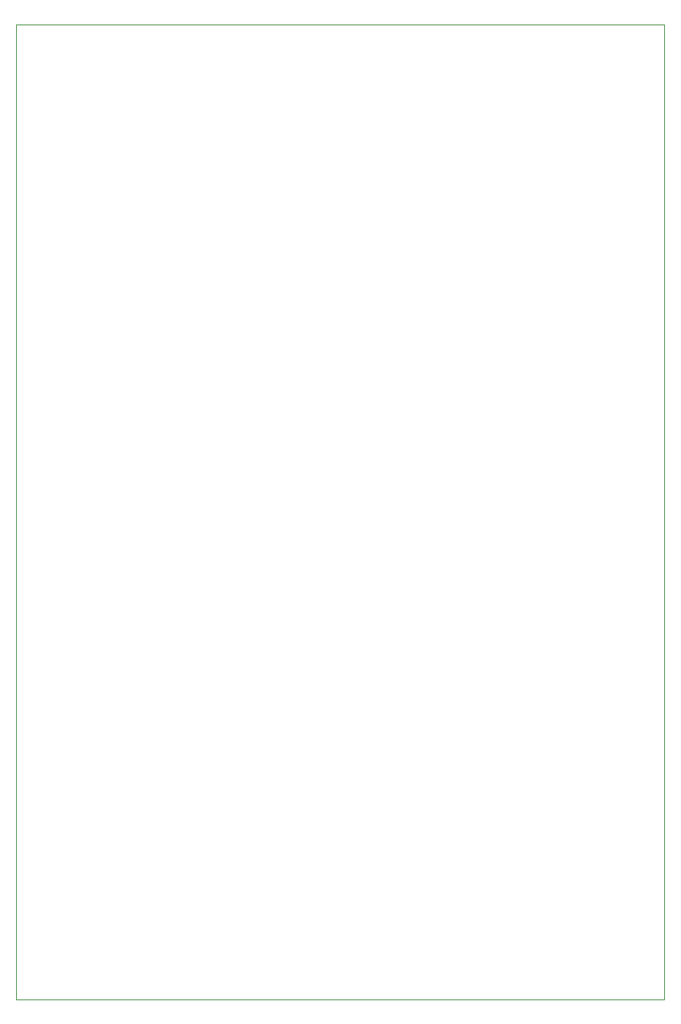
<source format=gbr>
%TF.GenerationSoftware,KiCad,Pcbnew,(5.1.6)-1*%
%TF.CreationDate,2020-07-19T07:57:48-07:00*%
%TF.ProjectId,BPEM488 Output LEDs,4250454d-3438-4382-904f-757470757420,rev?*%
%TF.SameCoordinates,Original*%
%TF.FileFunction,Profile,NP*%
%FSLAX46Y46*%
G04 Gerber Fmt 4.6, Leading zero omitted, Abs format (unit mm)*
G04 Created by KiCad (PCBNEW (5.1.6)-1) date 2020-07-19 07:57:48*
%MOMM*%
%LPD*%
G01*
G04 APERTURE LIST*
%TA.AperFunction,Profile*%
%ADD10C,0.050000*%
%TD*%
G04 APERTURE END LIST*
D10*
X84836000Y-149860000D02*
X84836000Y-42164000D01*
X156464000Y-149860000D02*
X84836000Y-149860000D01*
X156464000Y-42164000D02*
X156464000Y-149860000D01*
X84836000Y-42164000D02*
X156464000Y-42164000D01*
M02*

</source>
